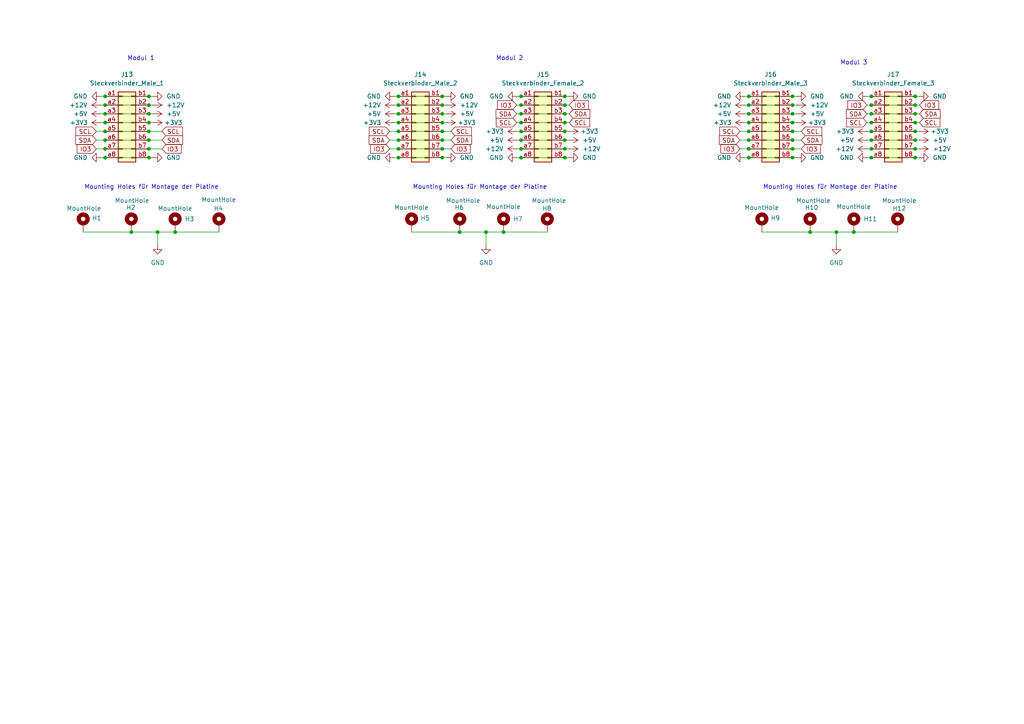
<source format=kicad_sch>
(kicad_sch (version 20231120) (generator "eeschema") (generator_version "8.0")
  (paper "A4")
  (lib_symbols
    (symbol "Connector_Generic:Conn_02x08_Row_Letter_First" (pin_names (offset 1.016) hide)
      (property "Reference" "J" (at 1.27 10.16 0))
      (property "Value" "Conn_02x08_Row_Letter_First" (at 1.27 -12.7 0))
      (symbol "Conn_02x08_Row_Letter_First_1_1"
        (rectangle (start -1.27 -10.033) (end 0 -10.287) (stroke (width 0.1524)))
        (rectangle (start -1.27 -7.493) (end 0 -7.747) (stroke (width 0.1524)))
        (rectangle (start -1.27 -4.953) (end 0 -5.207) (stroke (width 0.1524)))
        (rectangle (start -1.27 -2.413) (end 0 -2.667) (stroke (width 0.1524)))
        (rectangle (start -1.27 0.127) (end 0 -0.127) (stroke (width 0.1524)))
        (rectangle (start -1.27 2.667) (end 0 2.413) (stroke (width 0.1524)))
        (rectangle (start -1.27 5.207) (end 0 4.953) (stroke (width 0.1524)))
        (rectangle (start -1.27 7.747) (end 0 7.493) (stroke (width 0.1524)))
        (rectangle (start -1.27 8.89) (end 3.81 -11.43) (stroke (width 0.254)) (fill (type background)))
        (rectangle (start 3.81 -10.033) (end 2.54 -10.287) (stroke (width 0.1524)))
        (rectangle (start 3.81 -7.493) (end 2.54 -7.747) (stroke (width 0.1524)))
        (rectangle (start 3.81 -4.953) (end 2.54 -5.207) (stroke (width 0.1524)))
        (rectangle (start 3.81 -2.413) (end 2.54 -2.667) (stroke (width 0.1524)))
        (rectangle (start 3.81 0.127) (end 2.54 -0.127) (stroke (width 0.1524)))
        (rectangle (start 3.81 2.667) (end 2.54 2.413) (stroke (width 0.1524)))
        (rectangle (start 3.81 5.207) (end 2.54 4.953) (stroke (width 0.1524)))
        (rectangle (start 3.81 7.747) (end 2.54 7.493) (stroke (width 0.1524)))
        (pin passive line (at -5.08 7.62 0) (length 3.81) (name "Pin_a1") (number "a1"))
        (pin passive line (at -5.08 5.08 0) (length 3.81) (name "Pin_a2") (number "a2"))
        (pin passive line (at -5.08 2.54 0) (length 3.81) (name "Pin_a3") (number "a3"))
        (pin passive line (at -5.08 0 0) (length 3.81) (name "Pin_a4") (number "a4"))
        (pin passive line (at -5.08 -2.54 0) (length 3.81) (name "Pin_a5") (number "a5"))
        (pin passive line (at -5.08 -5.08 0) (length 3.81) (name "Pin_a6") (number "a6"))
        (pin passive line (at -5.08 -7.62 0) (length 3.81) (name "Pin_a7") (number "a7"))
        (pin passive line (at -5.08 -10.16 0) (length 3.81) (name "Pin_a8") (number "a8"))
        (pin passive line (at 7.62 7.62 180) (length 3.81) (name "Pin_b1") (number "b1"))
        (pin passive line (at 7.62 5.08 180) (length 3.81) (name "Pin_b2") (number "b2"))
        (pin passive line (at 7.62 2.54 180) (length 3.81) (name "Pin_b3") (number "b3"))
        (pin passive line (at 7.62 0 180) (length 3.81) (name "Pin_b4") (number "b4"))
        (pin passive line (at 7.62 -2.54 180) (length 3.81) (name "Pin_b5") (number "b5"))
        (pin passive line (at 7.62 -5.08 180) (length 3.81) (name "Pin_b6") (number "b6"))
        (pin passive line (at 7.62 -7.62 180) (length 3.81) (name "Pin_b7") (number "b7"))
        (pin passive line (at 7.62 -10.16 180) (length 3.81) (name "Pin_b8") (number "b8"))
      )
    )
    (symbol "Mechanical:MountingHole_Pad" (pin_numbers hide) (pin_names (offset 1.016) hide)
      (property "Reference" "H" (at 0 6.35 0))
      (property "Value" "MountingHole_Pad" (at 0 4.445 0))
      (symbol "MountingHole_Pad_0_1"
        (circle (center 0 1.27) (radius 1.27) (stroke (width 1.27)))
      )
      (symbol "MountingHole_Pad_1_1"
        (pin input line (at 0 -2.54 90) (length 2.54) (name "1") (number "1"))
      )
    )
    (symbol "MountingHole_Pad_1" (pin_numbers hide) (pin_names (offset 1.016) hide)
      (property "Reference" "H" (at 0 6.35 0))
      (property "Value" "MountingHole_Pad" (at 0 4.445 0))
      (symbol "MountingHole_Pad_1_0_1"
        (circle (center 0 1.27) (radius 1.27) (stroke (width 1.27)))
      )
      (symbol "MountingHole_Pad_1_1_1"
        (pin input line (at 0 -2.54 90) (length 2.54) (name "1") (number "1"))
      )
    )
    (symbol "MountingHole_Pad_2" (pin_numbers hide) (pin_names (offset 1.016) hide)
      (property "Reference" "H" (at 0 6.35 0))
      (property "Value" "MountingHole_Pad" (at 0 4.445 0))
      (symbol "MountingHole_Pad_2_0_1"
        (circle (center 0 1.27) (radius 1.27) (stroke (width 1.27)))
      )
      (symbol "MountingHole_Pad_2_1_1"
        (pin input line (at 0 -2.54 90) (length 2.54) (name "1") (number "1"))
      )
    )
    (symbol "MountingHole_Pad_3" (pin_numbers hide) (pin_names (offset 1.016) hide)
      (property "Reference" "H" (at 0 6.35 0))
      (property "Value" "MountingHole_Pad" (at 0 4.445 0))
      (symbol "MountingHole_Pad_3_0_1"
        (circle (center 0 1.27) (radius 1.27) (stroke (width 1.27)))
      )
      (symbol "MountingHole_Pad_3_1_1"
        (pin input line (at 0 -2.54 90) (length 2.54) (name "1") (number "1"))
      )
    )
    (symbol "power:+12V" (power) (pin_numbers hide) (pin_names (offset 0) hide)
      (property "Value" "+12V" (at 0 3.556 0))
      (symbol "+12V_0_1"
        (polyline (pts (xy -0.762 1.27) (xy 0 2.54)))
        (polyline (pts (xy 0 0) (xy 0 2.54)))
        (polyline (pts (xy 0 2.54) (xy 0.762 1.27)))
      )
      (symbol "+12V_1_1"
        (pin power_in line (at 0 0 90) (length 0) (name "~") (number "1"))
      )
    )
    (symbol "power:+3V3" (power) (pin_numbers hide) (pin_names (offset 0) hide)
      (property "Value" "+3V3" (at 0 3.556 0))
      (symbol "+3V3_0_1"
        (polyline (pts (xy -0.762 1.27) (xy 0 2.54)))
        (polyline (pts (xy 0 0) (xy 0 2.54)))
        (polyline (pts (xy 0 2.54) (xy 0.762 1.27)))
      )
      (symbol "+3V3_1_1"
        (pin power_in line (at 0 0 90) (length 0) (name "~") (number "1"))
      )
    )
    (symbol "power:+5V" (power) (pin_numbers hide) (pin_names (offset 0) hide)
      (property "Value" "+5V" (at 0 3.556 0))
      (symbol "+5V_0_1"
        (polyline (pts (xy -0.762 1.27) (xy 0 2.54)))
        (polyline (pts (xy 0 0) (xy 0 2.54)))
        (polyline (pts (xy 0 2.54) (xy 0.762 1.27)))
      )
      (symbol "+5V_1_1"
        (pin power_in line (at 0 0 90) (length 0) (name "~") (number "1"))
      )
    )
    (symbol "power:GND" (power) (pin_numbers hide) (pin_names (offset 0) hide)
      (property "Value" "GND" (at 0 -3.81 0))
      (symbol "GND_0_1"
        (polyline (pts (xy 0 0) (xy 0 -1.27) (xy 1.27 -1.27) (xy 0 -2.54) (xy -1.27 -1.27) (xy 0 -1.27)))
      )
      (symbol "GND_1_1"
        (pin power_in line (at 0 0 270) (length 0) (name "~") (number "1"))
      )
    )
  )
  (junction (at 229.87 38.1))
  (junction (at 163.83 38.1))
  (junction (at 265.43 43.18))
  (junction (at 115.57 33.02))
  (junction (at 217.17 43.18))
  (junction (at 43.18 30.48))
  (junction (at 265.43 30.48))
  (junction (at 217.17 45.72))
  (junction (at 43.18 38.1))
  (junction (at 30.48 30.48))
  (junction (at 43.18 40.64))
  (junction (at 217.17 35.56))
  (junction (at 151.13 30.48))
  (junction (at 43.18 45.72))
  (junction (at 128.27 38.1))
  (junction (at 43.18 33.02))
  (junction (at 151.13 33.02))
  (junction (at 115.57 45.72))
  (junction (at 217.17 27.94))
  (junction (at 50.8 67.31))
  (junction (at 30.48 38.1))
  (junction (at 128.27 27.94))
  (junction (at 115.57 38.1))
  (junction (at 229.87 33.02))
  (junction (at 217.17 30.48))
  (junction (at 128.27 43.18))
  (junction (at 163.83 27.94))
  (junction (at 229.87 27.94))
  (junction (at 43.18 27.94))
  (junction (at 115.57 43.18))
  (junction (at 163.83 30.48))
  (junction (at 30.48 45.72))
  (junction (at 30.48 40.64))
  (junction (at 163.83 35.56))
  (junction (at 151.13 45.72))
  (junction (at 234.95 67.31))
  (junction (at 163.83 33.02))
  (junction (at 229.87 35.56))
  (junction (at 43.18 35.56))
  (junction (at 128.27 30.48))
  (junction (at 229.87 40.64))
  (junction (at 151.13 35.56))
  (junction (at 252.73 35.56))
  (junction (at 30.48 35.56))
  (junction (at 252.73 40.64))
  (junction (at 151.13 27.94))
  (junction (at 38.1 67.31))
  (junction (at 242.57 67.31))
  (junction (at 151.13 40.64))
  (junction (at 217.17 40.64))
  (junction (at 30.48 33.02))
  (junction (at 252.73 33.02))
  (junction (at 252.73 43.18))
  (junction (at 30.48 43.18))
  (junction (at 252.73 45.72))
  (junction (at 217.17 38.1))
  (junction (at 151.13 43.18))
  (junction (at 128.27 35.56))
  (junction (at 265.43 27.94))
  (junction (at 45.72 67.31))
  (junction (at 140.97 67.31))
  (junction (at 163.83 43.18))
  (junction (at 115.57 30.48))
  (junction (at 128.27 33.02))
  (junction (at 252.73 38.1))
  (junction (at 229.87 45.72))
  (junction (at 252.73 27.94))
  (junction (at 229.87 30.48))
  (junction (at 265.43 33.02))
  (junction (at 163.83 40.64))
  (junction (at 252.73 30.48))
  (junction (at 146.05 67.31))
  (junction (at 163.83 45.72))
  (junction (at 128.27 40.64))
  (junction (at 265.43 35.56))
  (junction (at 151.13 38.1))
  (junction (at 115.57 27.94))
  (junction (at 43.18 43.18))
  (junction (at 115.57 40.64))
  (junction (at 229.87 43.18))
  (junction (at 128.27 45.72))
  (junction (at 247.65 67.31))
  (junction (at 115.57 35.56))
  (junction (at 265.43 45.72))
  (junction (at 30.48 27.94))
  (junction (at 265.43 40.64))
  (junction (at 133.35 67.31))
  (junction (at 265.43 38.1))
  (junction (at 217.17 33.02))
  (wire (pts (xy 231.14 33.02) (xy 229.87 33.02)))
  (wire (pts (xy 220.98 67.31) (xy 234.95 67.31)))
  (wire (pts (xy 44.45 33.02) (xy 43.18 33.02)))
  (wire (pts (xy 242.57 67.31) (xy 242.57 71.12)))
  (wire (pts (xy 149.86 33.02) (xy 151.13 33.02)))
  (wire (pts (xy 231.14 27.94) (xy 229.87 27.94)))
  (wire (pts (xy 30.48 38.1) (xy 43.18 38.1)))
  (wire (pts (xy 251.46 35.56) (xy 252.73 35.56)))
  (wire (pts (xy 151.13 43.18) (xy 163.83 43.18)))
  (wire (pts (xy 24.13 67.31) (xy 38.1 67.31)))
  (wire (pts (xy 29.21 33.02) (xy 30.48 33.02)))
  (wire (pts (xy 149.86 43.18) (xy 151.13 43.18)))
  (wire (pts (xy 214.63 38.1) (xy 217.17 38.1)))
  (wire (pts (xy 30.48 35.56) (xy 43.18 35.56)))
  (wire (pts (xy 165.1 30.48) (xy 163.83 30.48)))
  (wire (pts (xy 165.1 35.56) (xy 163.83 35.56)))
  (wire (pts (xy 251.46 27.94) (xy 252.73 27.94)))
  (wire (pts (xy 151.13 30.48) (xy 163.83 30.48)))
  (wire (pts (xy 266.7 35.56) (xy 265.43 35.56)))
  (wire (pts (xy 252.73 43.18) (xy 265.43 43.18)))
  (wire (pts (xy 151.13 40.64) (xy 163.83 40.64)))
  (wire (pts (xy 229.87 43.18) (xy 232.41 43.18)))
  (wire (pts (xy 133.35 67.31) (xy 140.97 67.31)))
  (wire (pts (xy 252.73 30.48) (xy 265.43 30.48)))
  (wire (pts (xy 151.13 33.02) (xy 163.83 33.02)))
  (wire (pts (xy 115.57 40.64) (xy 128.27 40.64)))
  (wire (pts (xy 251.46 38.1) (xy 252.73 38.1)))
  (wire (pts (xy 165.1 27.94) (xy 163.83 27.94)))
  (wire (pts (xy 140.97 67.31) (xy 140.97 71.12)))
  (wire (pts (xy 43.18 40.64) (xy 46.99 40.64)))
  (wire (pts (xy 115.57 33.02) (xy 128.27 33.02)))
  (wire (pts (xy 165.1 38.1) (xy 163.83 38.1)))
  (wire (pts (xy 27.94 38.1) (xy 30.48 38.1)))
  (wire (pts (xy 29.21 27.94) (xy 30.48 27.94)))
  (wire (pts (xy 45.72 67.31) (xy 45.72 71.12)))
  (wire (pts (xy 114.3 30.48) (xy 115.57 30.48)))
  (wire (pts (xy 217.17 45.72) (xy 229.87 45.72)))
  (wire (pts (xy 149.86 30.48) (xy 151.13 30.48)))
  (wire (pts (xy 229.87 38.1) (xy 232.41 38.1)))
  (wire (pts (xy 214.63 40.64) (xy 217.17 40.64)))
  (wire (pts (xy 129.54 33.02) (xy 128.27 33.02)))
  (wire (pts (xy 252.73 40.64) (xy 265.43 40.64)))
  (wire (pts (xy 151.13 27.94) (xy 163.83 27.94)))
  (wire (pts (xy 165.1 45.72) (xy 163.83 45.72)))
  (wire (pts (xy 151.13 38.1) (xy 163.83 38.1)))
  (wire (pts (xy 252.73 35.56) (xy 265.43 35.56)))
  (wire (pts (xy 44.45 35.56) (xy 43.18 35.56)))
  (wire (pts (xy 115.57 27.94) (xy 128.27 27.94)))
  (wire (pts (xy 44.45 27.94) (xy 43.18 27.94)))
  (wire (pts (xy 231.14 45.72) (xy 229.87 45.72)))
  (wire (pts (xy 30.48 45.72) (xy 43.18 45.72)))
  (wire (pts (xy 266.7 38.1) (xy 265.43 38.1)))
  (wire (pts (xy 129.54 35.56) (xy 128.27 35.56)))
  (wire (pts (xy 44.45 45.72) (xy 43.18 45.72)))
  (wire (pts (xy 217.17 35.56) (xy 229.87 35.56)))
  (wire (pts (xy 29.21 45.72) (xy 30.48 45.72)))
  (wire (pts (xy 242.57 67.31) (xy 247.65 67.31)))
  (wire (pts (xy 149.86 35.56) (xy 151.13 35.56)))
  (wire (pts (xy 217.17 33.02) (xy 229.87 33.02)))
  (wire (pts (xy 266.7 30.48) (xy 265.43 30.48)))
  (wire (pts (xy 217.17 30.48) (xy 229.87 30.48)))
  (wire (pts (xy 129.54 27.94) (xy 128.27 27.94)))
  (wire (pts (xy 119.38 67.31) (xy 133.35 67.31)))
  (wire (pts (xy 266.7 33.02) (xy 265.43 33.02)))
  (wire (pts (xy 149.86 38.1) (xy 151.13 38.1)))
  (wire (pts (xy 115.57 38.1) (xy 128.27 38.1)))
  (wire (pts (xy 214.63 43.18) (xy 217.17 43.18)))
  (wire (pts (xy 231.14 35.56) (xy 229.87 35.56)))
  (wire (pts (xy 266.7 43.18) (xy 265.43 43.18)))
  (wire (pts (xy 251.46 45.72) (xy 252.73 45.72)))
  (wire (pts (xy 252.73 27.94) (xy 265.43 27.94)))
  (wire (pts (xy 30.48 43.18) (xy 43.18 43.18)))
  (wire (pts (xy 151.13 35.56) (xy 163.83 35.56)))
  (wire (pts (xy 165.1 40.64) (xy 163.83 40.64)))
  (wire (pts (xy 247.65 67.31) (xy 260.35 67.31)))
  (wire (pts (xy 251.46 43.18) (xy 252.73 43.18)))
  (wire (pts (xy 114.3 33.02) (xy 115.57 33.02)))
  (wire (pts (xy 165.1 43.18) (xy 163.83 43.18)))
  (wire (pts (xy 215.9 27.94) (xy 217.17 27.94)))
  (wire (pts (xy 217.17 38.1) (xy 229.87 38.1)))
  (wire (pts (xy 128.27 40.64) (xy 130.81 40.64)))
  (wire (pts (xy 146.05 67.31) (xy 158.75 67.31)))
  (wire (pts (xy 217.17 43.18) (xy 229.87 43.18)))
  (wire (pts (xy 115.57 30.48) (xy 128.27 30.48)))
  (wire (pts (xy 231.14 30.48) (xy 229.87 30.48)))
  (wire (pts (xy 114.3 35.56) (xy 115.57 35.56)))
  (wire (pts (xy 252.73 45.72) (xy 265.43 45.72)))
  (wire (pts (xy 128.27 43.18) (xy 130.81 43.18)))
  (wire (pts (xy 43.18 38.1) (xy 46.99 38.1)))
  (wire (pts (xy 234.95 67.31) (xy 242.57 67.31)))
  (wire (pts (xy 115.57 35.56) (xy 128.27 35.56)))
  (wire (pts (xy 128.27 38.1) (xy 130.81 38.1)))
  (wire (pts (xy 129.54 45.72) (xy 128.27 45.72)))
  (wire (pts (xy 113.03 40.64) (xy 115.57 40.64)))
  (wire (pts (xy 140.97 67.31) (xy 146.05 67.31)))
  (wire (pts (xy 149.86 45.72) (xy 151.13 45.72)))
  (wire (pts (xy 115.57 45.72) (xy 128.27 45.72)))
  (wire (pts (xy 45.72 67.31) (xy 50.8 67.31)))
  (wire (pts (xy 30.48 27.94) (xy 43.18 27.94)))
  (wire (pts (xy 215.9 35.56) (xy 217.17 35.56)))
  (wire (pts (xy 252.73 38.1) (xy 265.43 38.1)))
  (wire (pts (xy 252.73 33.02) (xy 265.43 33.02)))
  (wire (pts (xy 266.7 27.94) (xy 265.43 27.94)))
  (wire (pts (xy 149.86 40.64) (xy 151.13 40.64)))
  (wire (pts (xy 27.94 40.64) (xy 30.48 40.64)))
  (wire (pts (xy 215.9 45.72) (xy 217.17 45.72)))
  (wire (pts (xy 129.54 30.48) (xy 128.27 30.48)))
  (wire (pts (xy 251.46 40.64) (xy 252.73 40.64)))
  (wire (pts (xy 251.46 30.48) (xy 252.73 30.48)))
  (wire (pts (xy 251.46 33.02) (xy 252.73 33.02)))
  (wire (pts (xy 38.1 67.31) (xy 45.72 67.31)))
  (wire (pts (xy 165.1 33.02) (xy 163.83 33.02)))
  (wire (pts (xy 50.8 67.31) (xy 63.5 67.31)))
  (wire (pts (xy 217.17 40.64) (xy 229.87 40.64)))
  (wire (pts (xy 30.48 40.64) (xy 43.18 40.64)))
  (wire (pts (xy 229.87 40.64) (xy 232.41 40.64)))
  (wire (pts (xy 29.21 30.48) (xy 30.48 30.48)))
  (wire (pts (xy 43.18 43.18) (xy 46.99 43.18)))
  (wire (pts (xy 30.48 33.02) (xy 43.18 33.02)))
  (wire (pts (xy 44.45 30.48) (xy 43.18 30.48)))
  (wire (pts (xy 113.03 43.18) (xy 115.57 43.18)))
  (wire (pts (xy 30.48 30.48) (xy 43.18 30.48)))
  (wire (pts (xy 115.57 43.18) (xy 128.27 43.18)))
  (wire (pts (xy 114.3 45.72) (xy 115.57 45.72)))
  (wire (pts (xy 114.3 27.94) (xy 115.57 27.94)))
  (wire (pts (xy 149.86 27.94) (xy 151.13 27.94)))
  (wire (pts (xy 266.7 45.72) (xy 265.43 45.72)))
  (wire (pts (xy 113.03 38.1) (xy 115.57 38.1)))
  (wire (pts (xy 215.9 33.02) (xy 217.17 33.02)))
  (wire (pts (xy 27.94 43.18) (xy 30.48 43.18)))
  (wire (pts (xy 151.13 45.72) (xy 163.83 45.72)))
  (wire (pts (xy 217.17 27.94) (xy 229.87 27.94)))
  (wire (pts (xy 266.7 40.64) (xy 265.43 40.64)))
  (wire (pts (xy 29.21 35.56) (xy 30.48 35.56)))
  (wire (pts (xy 215.9 30.48) (xy 217.17 30.48)))
  (text "Modul 1" (at 40.894 17.018 0) (effects (font (size 1.27 1.27))))
  (text "Modul 3\n" (at 247.65 18.288 0) (effects (font (size 1.27 1.27))))
  (text "Mounting Holes für Montage der Platine" (at 43.942 54.356 0) (effects (font (size 1.27 1.27))))
  (text "Modul 2\n" (at 147.828 17.018 0) (effects (font (size 1.27 1.27))))
  (text "Mounting Holes für Montage der Platine" (at 240.792 54.356 0) (effects (font (size 1.27 1.27))))
  (text "Mounting Holes für Montage der Platine" (at 139.192 54.356 0) (effects (font (size 1.27 1.27))))
  (global_label "SCL" (shape input) (at 149.86 35.56 180) (property "Intersheetrefs" "${INTERSHEET_REFS}" (effects (hide yes))))
  (global_label "IO3" (shape input) (at 266.7 30.48 0) (property "Intersheetrefs" "${INTERSHEET_REFS}" (effects (hide yes))))
  (global_label "IO3" (shape input) (at 46.99 43.18 0) (property "Intersheetrefs" "${INTERSHEET_REFS}" (effects (hide yes))))
  (global_label "SCL" (shape input) (at 232.41 38.1 0) (property "Intersheetrefs" "${INTERSHEET_REFS}" (effects (hide yes))))
  (global_label "SDA" (shape input) (at 232.41 40.64 0) (property "Intersheetrefs" "${INTERSHEET_REFS}" (effects (hide yes))))
  (global_label "SCL" (shape input) (at 113.03 38.1 180) (property "Intersheetrefs" "${INTERSHEET_REFS}" (effects (hide yes))))
  (global_label "IO3" (shape input) (at 165.1 30.48 0) (property "Intersheetrefs" "${INTERSHEET_REFS}" (effects (hide yes))))
  (global_label "SDA" (shape input) (at 214.63 40.64 180) (property "Intersheetrefs" "${INTERSHEET_REFS}" (effects (hide yes))))
  (global_label "SCL" (shape input) (at 266.7 35.56 0) (property "Intersheetrefs" "${INTERSHEET_REFS}" (effects (hide yes))))
  (global_label "IO3" (shape input) (at 232.41 43.18 0) (property "Intersheetrefs" "${INTERSHEET_REFS}" (effects (hide yes))))
  (global_label "IO3" (shape input) (at 130.81 43.18 0) (property "Intersheetrefs" "${INTERSHEET_REFS}" (effects (hide yes))))
  (global_label "SCL" (shape input) (at 130.81 38.1 0) (property "Intersheetrefs" "${INTERSHEET_REFS}" (effects (hide yes))))
  (global_label "IO3" (shape input) (at 113.03 43.18 180) (property "Intersheetrefs" "${INTERSHEET_REFS}" (effects (hide yes))))
  (global_label "SCL" (shape input) (at 251.46 35.56 180) (property "Intersheetrefs" "${INTERSHEET_REFS}" (effects (hide yes))))
  (global_label "SCL" (shape input) (at 27.94 38.1 180) (property "Intersheetrefs" "${INTERSHEET_REFS}" (effects (hide yes))))
  (global_label "SDA" (shape input) (at 130.81 40.64 0) (property "Intersheetrefs" "${INTERSHEET_REFS}" (effects (hide yes))))
  (global_label "SDA" (shape input) (at 113.03 40.64 180) (property "Intersheetrefs" "${INTERSHEET_REFS}" (effects (hide yes))))
  (global_label "SDA" (shape input) (at 149.86 33.02 180) (property "Intersheetrefs" "${INTERSHEET_REFS}" (effects (hide yes))))
  (global_label "SCL" (shape input) (at 165.1 35.56 0) (property "Intersheetrefs" "${INTERSHEET_REFS}" (effects (hide yes))))
  (global_label "SDA" (shape input) (at 251.46 33.02 180) (property "Intersheetrefs" "${INTERSHEET_REFS}" (effects (hide yes))))
  (global_label "SDA" (shape input) (at 46.99 40.64 0) (property "Intersheetrefs" "${INTERSHEET_REFS}" (effects (hide yes))))
  (global_label "SCL" (shape input) (at 46.99 38.1 0) (property "Intersheetrefs" "${INTERSHEET_REFS}" (effects (hide yes))))
  (global_label "SDA" (shape input) (at 165.1 33.02 0) (property "Intersheetrefs" "${INTERSHEET_REFS}" (effects (hide yes))))
  (global_label "IO3" (shape input) (at 27.94 43.18 180) (property "Intersheetrefs" "${INTERSHEET_REFS}" (effects (hide yes))))
  (global_label "IO3" (shape input) (at 214.63 43.18 180) (property "Intersheetrefs" "${INTERSHEET_REFS}" (effects (hide yes))))
  (global_label "SCL" (shape input) (at 214.63 38.1 180) (property "Intersheetrefs" "${INTERSHEET_REFS}" (effects (hide yes))))
  (global_label "IO3" (shape input) (at 251.46 30.48 180) (property "Intersheetrefs" "${INTERSHEET_REFS}" (effects (hide yes))))
  (global_label "IO3" (shape input) (at 149.86 30.48 180) (property "Intersheetrefs" "${INTERSHEET_REFS}" (effects (hide yes))))
  (global_label "SDA" (shape input) (at 266.7 33.02 0) (property "Intersheetrefs" "${INTERSHEET_REFS}" (effects (hide yes))))
  (global_label "SDA" (shape input) (at 27.94 40.64 180) (property "Intersheetrefs" "${INTERSHEET_REFS}" (effects (hide yes))))
  (symbol (lib_id "power:GND") (at 266.7 45.72 90) (unit 1)
    (property "Reference" "#PWR0106" (effects (hide yes)))
    (property "Value" "GND" (at 270.51 45.7199 90) (effects (justify right)))
    (property "Description" "Power symbol creates a global label with name \"GND\" , ground" (effects (hide yes)))
  )
  (symbol (lib_id "power:GND") (at 114.3 45.72 270) (unit 1)
    (property "Reference" "#PWR084" (effects (hide yes)))
    (property "Value" "GND" (at 110.49 45.7199 90) (effects (justify right)))
    (property "Description" "Power symbol creates a global label with name \"GND\" , ground" (effects (hide yes)))
  )
  (symbol (lib_id "power:+3V3") (at 165.1 38.1 270) (unit 1)
    (property "Reference" "#PWR064" (effects (hide yes)))
    (property "Value" "+3V3" (at 170.942 38.1 90))
    (property "Description" "Power symbol creates a global label with name \"+3V3\"" (effects (hide yes)))
  )
  (symbol (lib_id "power:+5V") (at 215.9 33.02 90) (unit 1)
    (property "Reference" "#PWR088" (effects (hide yes)))
    (property "Value" "+5V" (at 212.09 33.0199 90) (effects (justify left)))
    (property "Description" "Power symbol creates a global label with name \"+5V\"" (effects (hide yes)))
  )
  (symbol (lib_id "power:+3V3") (at 129.54 35.56 270) (unit 1)
    (property "Reference" "#PWR073" (effects (hide yes)))
    (property "Value" "+3V3" (at 135.382 35.56 90))
    (property "Description" "Power symbol creates a global label with name \"+3V3\"" (effects (hide yes)))
  )
  (symbol (lib_id "power:+5V") (at 165.1 40.64 270) (unit 1)
    (property "Reference" "#PWR063" (effects (hide yes)))
    (property "Value" "+5V" (at 168.91 40.6399 90) (effects (justify left)))
    (property "Description" "Power symbol creates a global label with name \"+5V\"" (effects (hide yes)))
  )
  (symbol (lib_id "power:+5V") (at 114.3 33.02 90) (unit 1)
    (property "Reference" "#PWR082" (effects (hide yes)))
    (property "Value" "+5V" (at 110.49 33.0199 90) (effects (justify left)))
    (property "Description" "Power symbol creates a global label with name \"+5V\"" (effects (hide yes)))
  )
  (symbol (lib_id "power:+12V") (at 29.21 30.48 90) (unit 1)
    (property "Reference" "#PWR033" (effects (hide yes)))
    (property "Value" "+12V" (at 25.4 30.4799 90) (effects (justify left)))
    (property "Description" "Power symbol creates a global label with name \"+12V\"" (effects (hide yes)))
  )
  (symbol (lib_id "power:+12V") (at 165.1 43.18 270) (unit 1)
    (property "Reference" "#PWR055" (effects (hide yes)))
    (property "Value" "+12V" (at 168.91 43.1799 90) (effects (justify left)))
    (property "Description" "Power symbol creates a global label with name \"+12V\"" (effects (hide yes)))
  )
  (symbol (lib_id "power:+5V") (at 266.7 40.64 270) (unit 1)
    (property "Reference" "#PWR0104" (effects (hide yes)))
    (property "Value" "+5V" (at 270.51 40.6399 90) (effects (justify left)))
    (property "Description" "Power symbol creates a global label with name \"+5V\"" (effects (hide yes)))
  )
  (symbol (lib_id "power:+12V") (at 44.45 30.48 270) (unit 1)
    (property "Reference" "#PWR066" (effects (hide yes)))
    (property "Value" "+12V" (at 48.26 30.4799 90) (effects (justify left)))
    (property "Description" "Power symbol creates a global label with name \"+12V\"" (effects (hide yes)))
  )
  (symbol (lib_id "power:GND") (at 242.57 71.12 0) (unit 1)
    (property "Reference" "#PWR096" (effects (hide yes)))
    (property "Value" "GND" (at 242.57 76.2 0))
    (property "Description" "Power symbol creates a global label with name \"GND\" , ground" (effects (hide yes)))
  )
  (symbol (lib_id "Connector_Generic:Conn_02x08_Row_Letter_First") (at 257.81 35.56 0) (unit 1)
    (property "Reference" "J17" (at 259.08 21.59 0))
    (property "Value" "Steckverbinder_Female_3" (at 259.08 24.13 0))
    (property "Footprint" "CustomFotLibByJan:BF030-16A-B1-0360-0277-0600-LB" (effects (hide yes)))
    (property "Description" "Generic connector, double row, 02x08, row letter first pin numbering scheme (pin number consists of a letter for the row and a number for the pin index in this row. a1, ..., aN; b1, ..., bN), script generated (kicad-library-utils/schlib/autogen/connector/)" (effects (hide yes)))
  )
  (symbol (lib_id "Connector_Generic:Conn_02x08_Row_Letter_First") (at 222.25 35.56 0) (unit 1)
    (property "Reference" "J16" (at 223.52 21.59 0))
    (property "Value" "Steckverbinder_Male_3" (at 223.52 24.13 0))
    (property "Footprint" "CustomFotLibByJan:BF100-16-A-D-1-0640-L-C" (effects (hide yes)))
    (property "Description" "Generic connector, double row, 02x08, row letter first pin numbering scheme (pin number consists of a letter for the row and a number for the pin index in this row. a1, ..., aN; b1, ..., bN), script generated (kicad-library-utils/schlib/autogen/connector/)" (effects (hide yes)))
  )
  (symbol (lib_id "power:GND") (at 251.46 45.72 270) (unit 1)
    (property "Reference" "#PWR0101" (effects (hide yes)))
    (property "Value" "GND" (at 247.65 45.7199 90) (effects (justify right)))
    (property "Description" "Power symbol creates a global label with name \"GND\" , ground" (effects (hide yes)))
  )
  (symbol (lib_id "power:+12V") (at 129.54 30.48 270) (unit 1)
    (property "Reference" "#PWR071" (effects (hide yes)))
    (property "Value" "+12V" (at 133.35 30.4799 90) (effects (justify left)))
    (property "Description" "Power symbol creates a global label with name \"+12V\"" (effects (hide yes)))
  )
  (symbol (lib_id "power:GND") (at 165.1 27.94 90) (unit 1)
    (property "Reference" "#PWR081" (effects (hide yes)))
    (property "Value" "GND" (at 168.91 27.9399 90) (effects (justify right)))
    (property "Description" "Power symbol creates a global label with name \"GND\" , ground" (effects (hide yes)))
  )
  (symbol (lib_id "power:GND") (at 44.45 45.72 90) (unit 1)
    (property "Reference" "#PWR077" (effects (hide yes)))
    (property "Value" "GND" (at 48.26 45.7199 90) (effects (justify right)))
    (property "Description" "Power symbol creates a global label with name \"GND\" , ground" (effects (hide yes)))
  )
  (symbol (lib_id "power:GND") (at 149.86 27.94 270) (unit 1)
    (property "Reference" "#PWR076" (effects (hide yes)))
    (property "Value" "GND" (at 146.05 27.9399 90) (effects (justify right)))
    (property "Description" "Power symbol creates a global label with name \"GND\" , ground" (effects (hide yes)))
  )
  (symbol (lib_name "MountingHole_Pad_3") (lib_id "Mechanical:MountingHole_Pad") (at 234.95 64.77 0) (unit 1)
    (property "Reference" "H10" (at 233.426 60.198 0) (effects (justify left)))
    (property "Value" "MountHole" (at 230.886 58.166 0) (effects (justify left)))
    (property "Footprint" "MountingHole:MountingHole_2.2mm_M2_Pad_TopBottom" (effects (hide yes)))
    (property "Description" "Mounting Hole with connection" (effects (hide yes)))
  )
  (symbol (lib_id "power:+3V3") (at 29.21 35.56 90) (unit 1)
    (property "Reference" "#PWR053" (effects (hide yes)))
    (property "Value" "+3V3" (at 22.86 35.56 90))
    (property "Description" "Power symbol creates a global label with name \"+3V3\"" (effects (hide yes)))
  )
  (symbol (lib_name "MountingHole_Pad_1") (lib_id "Mechanical:MountingHole_Pad") (at 63.5 64.77 0) (unit 1)
    (property "Reference" "H4" (at 61.976 60.452 0) (effects (justify left)))
    (property "Value" "MountHole" (at 58.42 57.912 0) (effects (justify left)))
    (property "Footprint" "MountingHole:MountingHole_2.2mm_M2_Pad_TopBottom" (effects (hide yes)))
    (property "Description" "Mounting Hole with connection" (effects (hide yes)))
  )
  (symbol (lib_id "power:GND") (at 215.9 45.72 270) (unit 1)
    (property "Reference" "#PWR090" (effects (hide yes)))
    (property "Value" "GND" (at 212.09 45.7199 90) (effects (justify right)))
    (property "Description" "Power symbol creates a global label with name \"GND\" , ground" (effects (hide yes)))
  )
  (symbol (lib_id "power:GND") (at 251.46 27.94 270) (unit 1)
    (property "Reference" "#PWR097" (effects (hide yes)))
    (property "Value" "GND" (at 247.65 27.9399 90) (effects (justify right)))
    (property "Description" "Power symbol creates a global label with name \"GND\" , ground" (effects (hide yes)))
  )
  (symbol (lib_id "Connector_Generic:Conn_02x08_Row_Letter_First") (at 156.21 35.56 0) (unit 1)
    (property "Reference" "J15" (at 157.48 21.59 0))
    (property "Value" "Steckverbinder_Female_2" (at 157.48 24.13 0))
    (property "Footprint" "CustomFotLibByJan:BF030-16A-B1-0360-0277-0600-LB" (effects (hide yes)))
    (property "Description" "Generic connector, double row, 02x08, row letter first pin numbering scheme (pin number consists of a letter for the row and a number for the pin index in this row. a1, ..., aN; b1, ..., bN), script generated (kicad-library-utils/schlib/autogen/connector/)" (effects (hide yes)))
  )
  (symbol (lib_id "power:GND") (at 45.72 71.12 0) (unit 1)
    (property "Reference" "#PWR012" (effects (hide yes)))
    (property "Value" "GND" (at 45.72 76.2 0))
    (property "Description" "Power symbol creates a global label with name \"GND\" , ground" (effects (hide yes)))
  )
  (symbol (lib_id "Mechanical:MountingHole_Pad") (at 119.38 64.77 0) (unit 1)
    (property "Reference" "H5" (at 121.92 63.246 0) (effects (justify left)))
    (property "Value" "MountHole" (at 114.3 60.198 0) (effects (justify left)))
    (property "Footprint" "MountingHole:MountingHole_2.2mm_M2_Pad_TopBottom" (effects (hide yes)))
    (property "Description" "Mounting Hole with connection" (effects (hide yes)))
  )
  (symbol (lib_id "power:GND") (at 231.14 45.72 90) (unit 1)
    (property "Reference" "#PWR095" (effects (hide yes)))
    (property "Value" "GND" (at 234.95 45.7199 90) (effects (justify right)))
    (property "Description" "Power symbol creates a global label with name \"GND\" , ground" (effects (hide yes)))
  )
  (symbol (lib_id "power:+5V") (at 149.86 40.64 90) (unit 1)
    (property "Reference" "#PWR051" (effects (hide yes)))
    (property "Value" "+5V" (at 146.05 40.6399 90) (effects (justify left)))
    (property "Description" "Power symbol creates a global label with name \"+5V\"" (effects (hide yes)))
  )
  (symbol (lib_id "power:GND") (at 29.21 45.72 270) (unit 1)
    (property "Reference" "#PWR037" (effects (hide yes)))
    (property "Value" "GND" (at 25.4 45.7199 90) (effects (justify right)))
    (property "Description" "Power symbol creates a global label with name \"GND\" , ground" (effects (hide yes)))
  )
  (symbol (lib_id "power:+5V") (at 29.21 33.02 90) (unit 1)
    (property "Reference" "#PWR035" (effects (hide yes)))
    (property "Value" "+5V" (at 25.4 33.0199 90) (effects (justify left)))
    (property "Description" "Power symbol creates a global label with name \"+5V\"" (effects (hide yes)))
  )
  (symbol (lib_id "power:GND") (at 231.14 27.94 90) (unit 1)
    (property "Reference" "#PWR091" (effects (hide yes)))
    (property "Value" "GND" (at 234.95 27.9399 90) (effects (justify right)))
    (property "Description" "Power symbol creates a global label with name \"GND\" , ground" (effects (hide yes)))
  )
  (symbol (lib_id "power:+3V3") (at 44.45 35.56 270) (unit 1)
    (property "Reference" "#PWR068" (effects (hide yes)))
    (property "Value" "+3V3" (at 50.292 35.56 90))
    (property "Description" "Power symbol creates a global label with name \"+3V3\"" (effects (hide yes)))
  )
  (symbol (lib_id "power:+3V3") (at 266.7 38.1 270) (unit 1)
    (property "Reference" "#PWR0103" (effects (hide yes)))
    (property "Value" "+3V3" (at 272.542 38.1 90))
    (property "Description" "Power symbol creates a global label with name \"+3V3\"" (effects (hide yes)))
  )
  (symbol (lib_id "power:+12V") (at 251.46 43.18 90) (unit 1)
    (property "Reference" "#PWR0100" (effects (hide yes)))
    (property "Value" "+12V" (at 247.65 43.1799 90) (effects (justify left)))
    (property "Description" "Power symbol creates a global label with name \"+12V\"" (effects (hide yes)))
  )
  (symbol (lib_id "power:+3V3") (at 215.9 35.56 90) (unit 1)
    (property "Reference" "#PWR089" (effects (hide yes)))
    (property "Value" "+3V3" (at 209.55 35.56 90))
    (property "Description" "Power symbol creates a global label with name \"+3V3\"" (effects (hide yes)))
  )
  (symbol (lib_id "power:+5V") (at 231.14 33.02 270) (unit 1)
    (property "Reference" "#PWR093" (effects (hide yes)))
    (property "Value" "+5V" (at 234.95 33.0199 90) (effects (justify left)))
    (property "Description" "Power symbol creates a global label with name \"+5V\"" (effects (hide yes)))
  )
  (symbol (lib_id "power:GND") (at 114.3 27.94 270) (unit 1)
    (property "Reference" "#PWR078" (effects (hide yes)))
    (property "Value" "GND" (at 110.49 27.9399 90) (effects (justify right)))
    (property "Description" "Power symbol creates a global label with name \"GND\" , ground" (effects (hide yes)))
  )
  (symbol (lib_id "power:+5V") (at 44.45 33.02 270) (unit 1)
    (property "Reference" "#PWR067" (effects (hide yes)))
    (property "Value" "+5V" (at 48.26 33.0199 90) (effects (justify left)))
    (property "Description" "Power symbol creates a global label with name \"+5V\"" (effects (hide yes)))
  )
  (symbol (lib_id "power:+12V") (at 215.9 30.48 90) (unit 1)
    (property "Reference" "#PWR087" (effects (hide yes)))
    (property "Value" "+12V" (at 212.09 30.4799 90) (effects (justify left)))
    (property "Description" "Power symbol creates a global label with name \"+12V\"" (effects (hide yes)))
  )
  (symbol (lib_id "power:+12V") (at 231.14 30.48 270) (unit 1)
    (property "Reference" "#PWR092" (effects (hide yes)))
    (property "Value" "+12V" (at 234.95 30.4799 90) (effects (justify left)))
    (property "Description" "Power symbol creates a global label with name \"+12V\"" (effects (hide yes)))
  )
  (symbol (lib_id "power:GND") (at 266.7 27.94 90) (unit 1)
    (property "Reference" "#PWR0102" (effects (hide yes)))
    (property "Value" "GND" (at 270.51 27.9399 90) (effects (justify right)))
    (property "Description" "Power symbol creates a global label with name \"GND\" , ground" (effects (hide yes)))
  )
  (symbol (lib_id "power:+12V") (at 114.3 30.48 90) (unit 1)
    (property "Reference" "#PWR079" (effects (hide yes)))
    (property "Value" "+12V" (at 110.49 30.4799 90) (effects (justify left)))
    (property "Description" "Power symbol creates a global label with name \"+12V\"" (effects (hide yes)))
  )
  (symbol (lib_name "MountingHole_Pad_1") (lib_id "Mechanical:MountingHole_Pad") (at 158.75 64.77 0) (unit 1)
    (property "Reference" "H8" (at 157.226 60.452 0) (effects (justify left)))
    (property "Value" "MountHole" (at 154.178 58.166 0) (effects (justify left)))
    (property "Footprint" "MountingHole:MountingHole_2.2mm_M2_Pad_TopBottom" (effects (hide yes)))
    (property "Description" "Mounting Hole with connection" (effects (hide yes)))
  )
  (symbol (lib_id "power:GND") (at 215.9 27.94 270) (unit 1)
    (property "Reference" "#PWR086" (effects (hide yes)))
    (property "Value" "GND" (at 212.09 27.9399 90) (effects (justify right)))
    (property "Description" "Power symbol creates a global label with name \"GND\" , ground" (effects (hide yes)))
  )
  (symbol (lib_name "MountingHole_Pad_3") (lib_id "Mechanical:MountingHole_Pad") (at 38.1 64.77 0) (unit 1)
    (property "Reference" "H2" (at 36.576 60.198 0) (effects (justify left)))
    (property "Value" "MountHole" (at 33.274 58.166 0) (effects (justify left)))
    (property "Footprint" "MountingHole:MountingHole_2.2mm_M2_Pad_TopBottom" (effects (hide yes)))
    (property "Description" "Mounting Hole with connection" (effects (hide yes)))
  )
  (symbol (lib_id "power:+12V") (at 149.86 43.18 90) (unit 1)
    (property "Reference" "#PWR041" (effects (hide yes)))
    (property "Value" "+12V" (at 146.05 43.1799 90) (effects (justify left)))
    (property "Description" "Power symbol creates a global label with name \"+12V\"" (effects (hide yes)))
  )
  (symbol (lib_name "MountingHole_Pad_2") (lib_id "Mechanical:MountingHole_Pad") (at 247.65 64.77 0) (unit 1)
    (property "Reference" "H11" (at 250.444 63.5 0) (effects (justify left)))
    (property "Value" "MountHole" (at 242.57 59.944 0) (effects (justify left)))
    (property "Footprint" "MountingHole:MountingHole_2.2mm_M2_Pad_TopBottom" (effects (hide yes)))
    (property "Description" "Mounting Hole with connection" (effects (hide yes)))
  )
  (symbol (lib_id "Mechanical:MountingHole_Pad") (at 220.98 64.77 0) (unit 1)
    (property "Reference" "H9" (at 223.52 63.246 0) (effects (justify left)))
    (property "Value" "MountHole" (at 215.9 60.198 0) (effects (justify left)))
    (property "Footprint" "MountingHole:MountingHole_2.2mm_M2_Pad_TopBottom" (effects (hide yes)))
    (property "Description" "Mounting Hole with connection" (effects (hide yes)))
  )
  (symbol (lib_id "Connector_Generic:Conn_02x08_Row_Letter_First") (at 35.56 35.56 0) (unit 1)
    (property "Reference" "J13" (at 36.83 21.59 0))
    (property "Value" "Steckverbinder_Male_1" (at 36.83 24.13 0))
    (property "Footprint" "CustomFotLibByJan:BF100-16-A-D-1-0640-L-C" (effects (hide yes)))
    (property "Description" "Generic connector, double row, 02x08, row letter first pin numbering scheme (pin number consists of a letter for the row and a number for the pin index in this row. a1, ..., aN; b1, ..., bN), script generated (kicad-library-utils/schlib/autogen/connector/)" (effects (hide yes)))
  )
  (symbol (lib_id "power:GND") (at 129.54 45.72 90) (unit 1)
    (property "Reference" "#PWR074" (effects (hide yes)))
    (property "Value" "GND" (at 133.35 45.7199 90) (effects (justify right)))
    (property "Description" "Power symbol creates a global label with name \"GND\" , ground" (effects (hide yes)))
  )
  (symbol (lib_id "power:GND") (at 149.86 45.72 270) (unit 1)
    (property "Reference" "#PWR080" (effects (hide yes)))
    (property "Value" "GND" (at 146.05 45.7199 90) (effects (justify right)))
    (property "Description" "Power symbol creates a global label with name \"GND\" , ground" (effects (hide yes)))
  )
  (symbol (lib_id "Connector_Generic:Conn_02x08_Row_Letter_First") (at 120.65 35.56 0) (unit 1)
    (property "Reference" "J14" (at 121.92 21.59 0))
    (property "Value" "Steckverbinder_Male_2" (at 121.92 24.13 0))
    (property "Footprint" "CustomFotLibByJan:BF100-16-A-D-1-0640-L-C" (effects (hide yes)))
    (property "Description" "Generic connector, double row, 02x08, row letter first pin numbering scheme (pin number consists of a letter for the row and a number for the pin index in this row. a1, ..., aN; b1, ..., bN), script generated (kicad-library-utils/schlib/autogen/connector/)" (effects (hide yes)))
  )
  (symbol (lib_id "power:+5V") (at 129.54 33.02 270) (unit 1)
    (property "Reference" "#PWR072" (effects (hide yes)))
    (property "Value" "+5V" (at 133.35 33.0199 90) (effects (justify left)))
    (property "Description" "Power symbol creates a global label with name \"+5V\"" (effects (hide yes)))
  )
  (symbol (lib_id "power:+5V") (at 251.46 40.64 90) (unit 1)
    (property "Reference" "#PWR099" (effects (hide yes)))
    (property "Value" "+5V" (at 247.65 40.6399 90) (effects (justify left)))
    (property "Description" "Power symbol creates a global label with name \"+5V\"" (effects (hide yes)))
  )
  (symbol (lib_id "power:+3V3") (at 149.86 38.1 90) (unit 1)
    (property "Reference" "#PWR054" (effects (hide yes)))
    (property "Value" "+3V3" (at 143.51 38.1 90))
    (property "Description" "Power symbol creates a global label with name \"+3V3\"" (effects (hide yes)))
  )
  (symbol (lib_name "MountingHole_Pad_2") (lib_id "Mechanical:MountingHole_Pad") (at 50.8 64.77 0) (unit 1)
    (property "Reference" "H3" (at 53.594 63.5 0) (effects (justify left)))
    (property "Value" "MountHole" (at 45.72 60.452 0) (effects (justify left)))
    (property "Footprint" "MountingHole:MountingHole_2.2mm_M2_Pad_TopBottom" (effects (hide yes)))
    (property "Description" "Mounting Hole with connection" (effects (hide yes)))
  )
  (symbol (lib_id "power:GND") (at 129.54 27.94 90) (unit 1)
    (property "Reference" "#PWR070" (effects (hide yes)))
    (property "Value" "GND" (at 133.35 27.9399 90) (effects (justify right)))
    (property "Description" "Power symbol creates a global label with name \"GND\" , ground" (effects (hide yes)))
  )
  (symbol (lib_id "power:GND") (at 140.97 71.12 0) (unit 1)
    (property "Reference" "#PWR075" (effects (hide yes)))
    (property "Value" "GND" (at 140.97 76.2 0))
    (property "Description" "Power symbol creates a global label with name \"GND\" , ground" (effects (hide yes)))
  )
  (symbol (lib_id "power:GND") (at 29.21 27.94 270) (unit 1)
    (property "Reference" "#PWR032" (effects (hide yes)))
    (property "Value" "GND" (at 25.4 27.9399 90) (effects (justify right)))
    (property "Description" "Power symbol creates a global label with name \"GND\" , ground" (effects (hide yes)))
  )
  (symbol (lib_id "power:+3V3") (at 251.46 38.1 90) (unit 1)
    (property "Reference" "#PWR098" (effects (hide yes)))
    (property "Value" "+3V3" (at 245.11 38.1 90))
    (property "Description" "Power symbol creates a global label with name \"+3V3\"" (effects (hide yes)))
  )
  (symbol (lib_name "MountingHole_Pad_3") (lib_id "Mechanical:MountingHole_Pad") (at 133.35 64.77 0) (unit 1)
    (property "Reference" "H6" (at 131.826 60.198 0) (effects (justify left)))
    (property "Value" "MountHole" (at 129.286 58.166 0) (effects (justify left)))
    (property "Footprint" "MountingHole:MountingHole_2.2mm_M2_Pad_TopBottom" (effects (hide yes)))
    (property "Description" "Mounting Hole with connection" (effects (hide yes)))
  )
  (symbol (lib_id "power:+3V3") (at 114.3 35.56 90) (unit 1)
    (property "Reference" "#PWR083" (effects (hide yes)))
    (property "Value" "+3V3" (at 107.95 35.56 90))
    (property "Description" "Power symbol creates a global label with name \"+3V3\"" (effects (hide yes)))
  )
  (symbol (lib_id "power:GND") (at 165.1 45.72 90) (unit 1)
    (property "Reference" "#PWR085" (effects (hide yes)))
    (property "Value" "GND" (at 168.91 45.7199 90) (effects (justify right)))
    (property "Description" "Power symbol creates a global label with name \"GND\" , ground" (effects (hide yes)))
  )
  (symbol (lib_id "power:+3V3") (at 231.14 35.56 270) (unit 1)
    (property "Reference" "#PWR094" (effects (hide yes)))
    (property "Value" "+3V3" (at 236.982 35.56 90))
    (property "Description" "Power symbol creates a global label with name \"+3V3\"" (effects (hide yes)))
  )
  (symbol (lib_id "Mechanical:MountingHole_Pad") (at 24.13 64.77 0) (unit 1)
    (property "Reference" "H1" (at 26.67 63.246 0) (effects (justify left)))
    (property "Value" "MountHole" (at 19.304 60.452 0) (effects (justify left)))
    (property "Footprint" "MountingHole:MountingHole_2.2mm_M2_Pad_TopBottom" (effects (hide yes)))
    (property "Description" "Mounting Hole with connection" (effects (hide yes)))
  )
  (symbol (lib_name "MountingHole_Pad_1") (lib_id "Mechanical:MountingHole_Pad") (at 260.35 64.77 0) (unit 1)
    (property "Reference" "H12" (at 258.826 60.452 0) (effects (justify left)))
    (property "Value" "MountHole" (at 255.778 58.166 0) (effects (justify left)))
    (property "Footprint" "MountingHole:MountingHole_2.2mm_M2_Pad_TopBottom" (effects (hide yes)))
    (property "Description" "Mounting Hole with connection" (effects (hide yes)))
  )
  (symbol (lib_id "power:GND") (at 44.45 27.94 90) (unit 1)
    (property "Reference" "#PWR065" (effects (hide yes)))
    (property "Value" "GND" (at 48.26 27.9399 90) (effects (justify right)))
    (property "Description" "Power symbol creates a global label with name \"GND\" , ground" (effects (hide yes)))
  )
  (symbol (lib_name "MountingHole_Pad_2") (lib_id "Mechanical:MountingHole_Pad") (at 146.05 64.77 0) (unit 1)
    (property "Reference" "H7" (at 148.844 63.5 0) (effects (justify left)))
    (property "Value" "MountHole" (at 140.97 59.944 0) (effects (justify left)))
    (property "Footprint" "MountingHole:MountingHole_2.2mm_M2_Pad_TopBottom" (effects (hide yes)))
    (property "Description" "Mounting Hole with connection" (effects (hide yes)))
  )
  (symbol (lib_id "power:+12V") (at 266.7 43.18 270) (unit 1)
    (property "Reference" "#PWR0105" (effects (hide yes)))
    (property "Value" "+12V" (at 270.51 43.1799 90) (effects (justify left)))
    (property "Description" "Power symbol creates a global label with name \"+12V\"" (effects (hide yes)))
  )
)
</source>
